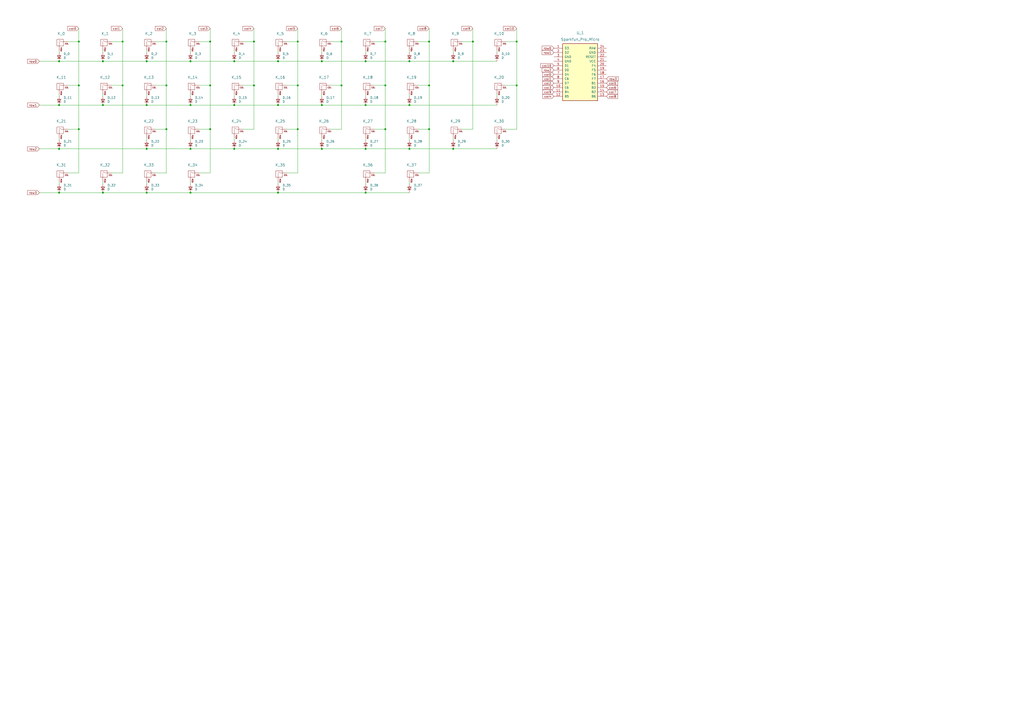
<source format=kicad_sch>
(kicad_sch (version 20211123) (generator eeschema)
  (paper "A2")
  (lib_symbols
    (symbol "Arduino:Sparkfun_Pro_Micro" (pin_names (offset 1.016))
      (property "Reference" "U" (at -8.89 21.59 0))
      (property "Value" "Sparkfun_Pro_Micro" (at 0 19.05 0))
      (symbol "Sparkfun_Pro_Micro_0_1"
        (rectangle (start -10.16 17.78) (end 10.16 -15.24) (stroke (width 0.254)) (fill (type background)))
      )
      (symbol "Sparkfun_Pro_Micro_1_1"
        (pin bidirectional line (at -15.24 15.24 0) (length 5.08) (name "D3") (number "1"))
        (pin bidirectional line (at -15.24 -7.62 0) (length 5.08) (name "E6") (number "10"))
        (pin bidirectional line (at -15.24 -10.16 0) (length 5.08) (name "B4") (number "11"))
        (pin bidirectional line (at -15.24 -12.7 0) (length 5.08) (name "B5") (number "12"))
        (pin bidirectional line (at 15.24 -12.7 180) (length 5.08) (name "B6") (number "13"))
        (pin bidirectional line (at 15.24 -10.16 180) (length 5.08) (name "B2") (number "14"))
        (pin bidirectional line (at 15.24 -7.62 180) (length 5.08) (name "B3") (number "15"))
        (pin bidirectional line (at 15.24 -5.08 180) (length 5.08) (name "B1") (number "16"))
        (pin bidirectional line (at 15.24 -2.54 180) (length 5.08) (name "F7") (number "17"))
        (pin bidirectional line (at 15.24 0 180) (length 5.08) (name "F6") (number "18"))
        (pin bidirectional line (at 15.24 2.54 180) (length 5.08) (name "F5") (number "19"))
        (pin bidirectional line (at -15.24 12.7 0) (length 5.08) (name "D2") (number "2"))
        (pin bidirectional line (at 15.24 5.08 180) (length 5.08) (name "F4") (number "20"))
        (pin power_in line (at 15.24 7.62 180) (length 5.08) (name "VCC") (number "21"))
        (pin input line (at 15.24 10.16 180) (length 5.08) (name "RESET") (number "22"))
        (pin power_in line (at 15.24 12.7 180) (length 5.08) (name "GND") (number "23"))
        (pin power_in line (at 15.24 15.24 180) (length 5.08) (name "RAW") (number "24"))
        (pin power_in line (at -15.24 10.16 0) (length 5.08) (name "GND") (number "3"))
        (pin power_in line (at -15.24 7.62 0) (length 5.08) (name "GND") (number "4"))
        (pin bidirectional line (at -15.24 5.08 0) (length 5.08) (name "D1") (number "5"))
        (pin bidirectional line (at -15.24 2.54 0) (length 5.08) (name "D0") (number "6"))
        (pin bidirectional line (at -15.24 0 0) (length 5.08) (name "D4") (number "7"))
        (pin bidirectional line (at -15.24 -2.54 0) (length 5.08) (name "C6") (number "8"))
        (pin bidirectional line (at -15.24 -5.08 0) (length 5.08) (name "D7") (number "9"))
      )
    )
    (symbol "Device:D_Small" (pin_numbers hide) (pin_names (offset 0.254) hide)
      (property "Reference" "D" (at -1.27 2.032 0))
      (property "Value" "D_Small" (at -3.81 -2.032 0))
      (symbol "D_Small_0_1"
        (polyline (pts (xy -0.762 -1.016) (xy -0.762 1.016)) (stroke (width 0.254)))
        (polyline (pts (xy -0.762 0) (xy 0.762 0)))
        (polyline (pts (xy 0.762 -1.016) (xy -0.762 0) (xy 0.762 1.016) (xy 0.762 -1.016)) (stroke (width 0.254)))
      )
      (symbol "D_Small_1_1"
        (pin passive line (at -2.54 0 0) (length 1.778) (name "K") (number "1"))
        (pin passive line (at 2.54 0 180) (length 1.778) (name "A") (number "2"))
      )
    )
    (symbol "MX_Alps_Hybrid:MX-NoLED" (pin_names (offset 1.016))
      (property "Reference" "MX" (at -0.635 3.81 0))
      (property "Value" "MX-NoLED" (at -0.635 1.27 0))
      (symbol "MX-NoLED_0_0"
        (rectangle (start -2.54 2.54) (end 1.27 -1.27))
        (polyline (pts (xy -1.27 -1.27) (xy -1.27 1.27)) (stroke (width 0.127)))
        (polyline (pts (xy 1.27 1.27) (xy 0 1.27) (xy -1.27 1.905)) (stroke (width 0.127)))
        (text "COL" (at 3.175 0 0) (effects (font (size 0.762 0.762))))
        (text "ROW" (at 0 -1.905 900) (effects (font (size 0.762 0.762)) (justify right)))
      )
      (symbol "MX-NoLED_1_1"
        (pin passive line (at 3.81 1.27 180) (length 2.54) (name "COL") (number "1"))
        (pin passive line (at -1.27 -3.81 90) (length 2.54) (name "ROW") (number "2"))
      )
    )
  )
  (junction (at 85.09 60.96))
  (junction (at 59.69 60.96))
  (junction (at 237.49 60.96))
  (junction (at 186.69 35.56))
  (junction (at 161.29 86.36))
  (junction (at 212.09 111.76))
  (junction (at 274.32 24.13))
  (junction (at 96.52 49.53))
  (junction (at 172.72 24.13))
  (junction (at 237.49 35.56))
  (junction (at 45.72 49.53))
  (junction (at 161.29 60.96))
  (junction (at 161.29 35.56))
  (junction (at 135.89 60.96))
  (junction (at 299.72 24.13))
  (junction (at 34.29 111.76))
  (junction (at 262.89 86.36))
  (junction (at 223.52 74.93))
  (junction (at 212.09 86.36))
  (junction (at 147.32 49.53))
  (junction (at 34.29 60.96))
  (junction (at 110.49 86.36))
  (junction (at 248.92 74.93))
  (junction (at 121.92 74.93))
  (junction (at 212.09 35.56))
  (junction (at 34.29 86.36))
  (junction (at 147.32 24.13))
  (junction (at 135.89 35.56))
  (junction (at 45.72 74.93))
  (junction (at 135.89 86.36))
  (junction (at 59.69 111.76))
  (junction (at 85.09 86.36))
  (junction (at 96.52 24.13))
  (junction (at 172.72 74.93))
  (junction (at 59.69 35.56))
  (junction (at 110.49 60.96))
  (junction (at 248.92 24.13))
  (junction (at 110.49 35.56))
  (junction (at 85.09 111.76))
  (junction (at 223.52 24.13))
  (junction (at 299.72 49.53))
  (junction (at 212.09 60.96))
  (junction (at 223.52 49.53))
  (junction (at 248.92 49.53))
  (junction (at 186.69 60.96))
  (junction (at 198.12 24.13))
  (junction (at 45.72 24.13))
  (junction (at 237.49 86.36))
  (junction (at 85.09 35.56))
  (junction (at 186.69 86.36))
  (junction (at 161.29 111.76))
  (junction (at 121.92 24.13))
  (junction (at 96.52 74.93))
  (junction (at 71.12 24.13))
  (junction (at 172.72 49.53))
  (junction (at 110.49 111.76))
  (junction (at 34.29 35.56))
  (junction (at 262.89 35.56))
  (junction (at 121.92 49.53))
  (junction (at 71.12 49.53))
  (junction (at 198.12 49.53))
  (wire (pts (xy 161.29 54.61) (xy 161.29 55.88)))
  (wire (pts (xy 135.89 80.01) (xy 135.89 81.28)))
  (wire (pts (xy 172.72 16.51) (xy 172.72 24.13)))
  (wire (pts (xy 223.52 24.13) (xy 223.52 49.53)))
  (wire (pts (xy 242.57 24.13) (xy 248.92 24.13)))
  (wire (pts (xy 186.69 29.21) (xy 186.69 30.48)))
  (wire (pts (xy 262.89 80.01) (xy 262.89 81.28)))
  (wire (pts (xy 110.49 86.36) (xy 135.89 86.36)))
  (wire (pts (xy 262.89 86.36) (xy 288.29 86.36)))
  (wire (pts (xy 59.69 60.96) (xy 85.09 60.96)))
  (wire (pts (xy 85.09 29.21) (xy 85.09 30.48)))
  (wire (pts (xy 186.69 60.96) (xy 212.09 60.96)))
  (wire (pts (xy 135.89 86.36) (xy 161.29 86.36)))
  (wire (pts (xy 110.49 80.01) (xy 110.49 81.28)))
  (wire (pts (xy 172.72 100.33) (xy 172.72 74.93)))
  (wire (pts (xy 293.37 49.53) (xy 299.72 49.53)))
  (wire (pts (xy 161.29 60.96) (xy 186.69 60.96)))
  (wire (pts (xy 59.69 105.41) (xy 59.69 106.68)))
  (wire (pts (xy 166.37 49.53) (xy 172.72 49.53)))
  (wire (pts (xy 110.49 111.76) (xy 161.29 111.76)))
  (wire (pts (xy 237.49 60.96) (xy 288.29 60.96)))
  (wire (pts (xy 39.37 49.53) (xy 45.72 49.53)))
  (wire (pts (xy 161.29 105.41) (xy 161.29 106.68)))
  (wire (pts (xy 217.17 24.13) (xy 223.52 24.13)))
  (wire (pts (xy 121.92 74.93) (xy 121.92 49.53)))
  (wire (pts (xy 198.12 24.13) (xy 198.12 49.53)))
  (wire (pts (xy 217.17 74.93) (xy 223.52 74.93)))
  (wire (pts (xy 212.09 35.56) (xy 237.49 35.56)))
  (wire (pts (xy 217.17 49.53) (xy 223.52 49.53)))
  (wire (pts (xy 166.37 100.33) (xy 172.72 100.33)))
  (wire (pts (xy 299.72 74.93) (xy 299.72 49.53)))
  (wire (pts (xy 237.49 54.61) (xy 237.49 55.88)))
  (wire (pts (xy 212.09 80.01) (xy 212.09 81.28)))
  (wire (pts (xy 147.32 74.93) (xy 147.32 49.53)))
  (wire (pts (xy 34.29 35.56) (xy 59.69 35.56)))
  (wire (pts (xy 34.29 111.76) (xy 59.69 111.76)))
  (wire (pts (xy 110.49 35.56) (xy 135.89 35.56)))
  (wire (pts (xy 71.12 16.51) (xy 71.12 24.13)))
  (wire (pts (xy 288.29 80.01) (xy 288.29 81.28)))
  (wire (pts (xy 135.89 60.96) (xy 161.29 60.96)))
  (wire (pts (xy 299.72 24.13) (xy 299.72 49.53)))
  (wire (pts (xy 212.09 60.96) (xy 237.49 60.96)))
  (wire (pts (xy 186.69 35.56) (xy 212.09 35.56)))
  (wire (pts (xy 59.69 35.56) (xy 85.09 35.56)))
  (wire (pts (xy 161.29 111.76) (xy 212.09 111.76)))
  (wire (pts (xy 85.09 35.56) (xy 110.49 35.56)))
  (wire (pts (xy 242.57 100.33) (xy 248.92 100.33)))
  (wire (pts (xy 172.72 74.93) (xy 172.72 49.53)))
  (wire (pts (xy 85.09 54.61) (xy 85.09 55.88)))
  (wire (pts (xy 237.49 35.56) (xy 262.89 35.56)))
  (wire (pts (xy 237.49 105.41) (xy 237.49 106.68)))
  (wire (pts (xy 262.89 29.21) (xy 262.89 30.48)))
  (wire (pts (xy 59.69 54.61) (xy 59.69 55.88)))
  (wire (pts (xy 90.17 74.93) (xy 96.52 74.93)))
  (wire (pts (xy 135.89 35.56) (xy 161.29 35.56)))
  (wire (pts (xy 45.72 16.51) (xy 45.72 24.13)))
  (wire (pts (xy 140.97 49.53) (xy 147.32 49.53)))
  (wire (pts (xy 22.86 111.76) (xy 34.29 111.76)))
  (wire (pts (xy 34.29 105.41) (xy 34.29 106.68)))
  (wire (pts (xy 267.97 74.93) (xy 274.32 74.93)))
  (wire (pts (xy 140.97 74.93) (xy 147.32 74.93)))
  (wire (pts (xy 115.57 24.13) (xy 121.92 24.13)))
  (wire (pts (xy 85.09 105.41) (xy 85.09 106.68)))
  (wire (pts (xy 110.49 29.21) (xy 110.49 30.48)))
  (wire (pts (xy 212.09 111.76) (xy 237.49 111.76)))
  (wire (pts (xy 237.49 29.21) (xy 237.49 30.48)))
  (wire (pts (xy 186.69 54.61) (xy 186.69 55.88)))
  (wire (pts (xy 198.12 74.93) (xy 198.12 49.53)))
  (wire (pts (xy 59.69 29.21) (xy 59.69 30.48)))
  (wire (pts (xy 217.17 100.33) (xy 223.52 100.33)))
  (wire (pts (xy 90.17 49.53) (xy 96.52 49.53)))
  (wire (pts (xy 34.29 29.21) (xy 34.29 30.48)))
  (wire (pts (xy 212.09 105.41) (xy 212.09 106.68)))
  (wire (pts (xy 147.32 16.51) (xy 147.32 24.13)))
  (wire (pts (xy 248.92 74.93) (xy 248.92 49.53)))
  (wire (pts (xy 293.37 24.13) (xy 299.72 24.13)))
  (wire (pts (xy 223.52 16.51) (xy 223.52 24.13)))
  (wire (pts (xy 59.69 111.76) (xy 85.09 111.76)))
  (wire (pts (xy 267.97 24.13) (xy 274.32 24.13)))
  (wire (pts (xy 121.92 24.13) (xy 121.92 49.53)))
  (wire (pts (xy 96.52 24.13) (xy 96.52 49.53)))
  (wire (pts (xy 96.52 74.93) (xy 96.52 49.53)))
  (wire (pts (xy 85.09 80.01) (xy 85.09 81.28)))
  (wire (pts (xy 223.52 100.33) (xy 223.52 74.93)))
  (wire (pts (xy 115.57 49.53) (xy 121.92 49.53)))
  (wire (pts (xy 172.72 24.13) (xy 172.72 49.53)))
  (wire (pts (xy 64.77 100.33) (xy 71.12 100.33)))
  (wire (pts (xy 212.09 29.21) (xy 212.09 30.48)))
  (wire (pts (xy 45.72 100.33) (xy 45.72 74.93)))
  (wire (pts (xy 71.12 24.13) (xy 71.12 49.53)))
  (wire (pts (xy 110.49 105.41) (xy 110.49 106.68)))
  (wire (pts (xy 45.72 74.93) (xy 45.72 49.53)))
  (wire (pts (xy 39.37 100.33) (xy 45.72 100.33)))
  (wire (pts (xy 262.89 35.56) (xy 288.29 35.56)))
  (wire (pts (xy 242.57 74.93) (xy 248.92 74.93)))
  (wire (pts (xy 45.72 24.13) (xy 45.72 49.53)))
  (wire (pts (xy 161.29 80.01) (xy 161.29 81.28)))
  (wire (pts (xy 135.89 29.21) (xy 135.89 30.48)))
  (wire (pts (xy 288.29 29.21) (xy 288.29 30.48)))
  (wire (pts (xy 186.69 80.01) (xy 186.69 81.28)))
  (wire (pts (xy 34.29 80.01) (xy 34.29 81.28)))
  (wire (pts (xy 135.89 54.61) (xy 135.89 55.88)))
  (wire (pts (xy 22.86 35.56) (xy 34.29 35.56)))
  (wire (pts (xy 274.32 24.13) (xy 274.32 74.93)))
  (wire (pts (xy 237.49 86.36) (xy 262.89 86.36)))
  (wire (pts (xy 166.37 74.93) (xy 172.72 74.93)))
  (wire (pts (xy 161.29 86.36) (xy 186.69 86.36)))
  (wire (pts (xy 237.49 80.01) (xy 237.49 81.28)))
  (wire (pts (xy 85.09 60.96) (xy 110.49 60.96)))
  (wire (pts (xy 39.37 24.13) (xy 45.72 24.13)))
  (wire (pts (xy 121.92 16.51) (xy 121.92 24.13)))
  (wire (pts (xy 96.52 16.51) (xy 96.52 24.13)))
  (wire (pts (xy 198.12 16.51) (xy 198.12 24.13)))
  (wire (pts (xy 147.32 24.13) (xy 147.32 49.53)))
  (wire (pts (xy 39.37 74.93) (xy 45.72 74.93)))
  (wire (pts (xy 274.32 16.51) (xy 274.32 24.13)))
  (wire (pts (xy 71.12 100.33) (xy 71.12 49.53)))
  (wire (pts (xy 22.86 60.96) (xy 34.29 60.96)))
  (wire (pts (xy 90.17 100.33) (xy 96.52 100.33)))
  (wire (pts (xy 85.09 111.76) (xy 110.49 111.76)))
  (wire (pts (xy 191.77 24.13) (xy 198.12 24.13)))
  (wire (pts (xy 242.57 49.53) (xy 248.92 49.53)))
  (wire (pts (xy 34.29 54.61) (xy 34.29 55.88)))
  (wire (pts (xy 110.49 54.61) (xy 110.49 55.88)))
  (wire (pts (xy 212.09 86.36) (xy 237.49 86.36)))
  (wire (pts (xy 293.37 74.93) (xy 299.72 74.93)))
  (wire (pts (xy 248.92 100.33) (xy 248.92 74.93)))
  (wire (pts (xy 191.77 74.93) (xy 198.12 74.93)))
  (wire (pts (xy 34.29 60.96) (xy 59.69 60.96)))
  (wire (pts (xy 121.92 100.33) (xy 121.92 74.93)))
  (wire (pts (xy 248.92 24.13) (xy 248.92 49.53)))
  (wire (pts (xy 64.77 24.13) (xy 71.12 24.13)))
  (wire (pts (xy 90.17 24.13) (xy 96.52 24.13)))
  (wire (pts (xy 110.49 60.96) (xy 135.89 60.96)))
  (wire (pts (xy 140.97 24.13) (xy 147.32 24.13)))
  (wire (pts (xy 85.09 86.36) (xy 110.49 86.36)))
  (wire (pts (xy 34.29 86.36) (xy 85.09 86.36)))
  (wire (pts (xy 161.29 29.21) (xy 161.29 30.48)))
  (wire (pts (xy 299.72 16.51) (xy 299.72 24.13)))
  (wire (pts (xy 248.92 16.51) (xy 248.92 24.13)))
  (wire (pts (xy 22.86 86.36) (xy 34.29 86.36)))
  (wire (pts (xy 115.57 74.93) (xy 121.92 74.93)))
  (wire (pts (xy 223.52 74.93) (xy 223.52 49.53)))
  (wire (pts (xy 288.29 54.61) (xy 288.29 55.88)))
  (wire (pts (xy 186.69 86.36) (xy 212.09 86.36)))
  (wire (pts (xy 191.77 49.53) (xy 198.12 49.53)))
  (wire (pts (xy 96.52 100.33) (xy 96.52 74.93)))
  (wire (pts (xy 161.29 35.56) (xy 186.69 35.56)))
  (wire (pts (xy 166.37 24.13) (xy 172.72 24.13)))
  (wire (pts (xy 64.77 49.53) (xy 71.12 49.53)))
  (wire (pts (xy 212.09 54.61) (xy 212.09 55.88)))
  (wire (pts (xy 115.57 100.33) (xy 121.92 100.33)))
  (global_label "col9" (shape input) (at 321.31 53.34 180) (property "Intersheet References" "${INTERSHEET_REFS}" (effects hide)))
  (global_label "col2" (shape input) (at 321.31 48.26 180) (property "Intersheet References" "${INTERSHEET_REFS}" (effects hide)))
  (global_label "col7" (shape input) (at 223.52 16.51 180) (property "Intersheet References" "${INTERSHEET_REFS}" (effects hide)))
  (global_label "row3" (shape input) (at 351.79 45.72 0) (property "Intersheet References" "${INTERSHEET_REFS}" (effects hide)))
  (global_label "col7" (shape input) (at 351.79 53.34 0) (property "Intersheet References" "${INTERSHEET_REFS}" (effects hide)))
  (global_label "col3" (shape input) (at 121.92 16.51 180) (property "Intersheet References" "${INTERSHEET_REFS}" (effects hide)))
  (global_label "col0" (shape input) (at 321.31 43.18 180) (property "Intersheet References" "${INTERSHEET_REFS}" (effects hide)))
  (global_label "col9" (shape input) (at 274.32 16.51 180) (property "Intersheet References" "${INTERSHEET_REFS}" (effects hide)))
  (global_label "col5" (shape input) (at 172.72 16.51 180) (property "Intersheet References" "${INTERSHEET_REFS}" (effects hide)))
  (global_label "col1" (shape input) (at 321.31 45.72 180) (property "Intersheet References" "${INTERSHEET_REFS}" (effects hide)))
  (global_label "col10" (shape input) (at 321.31 38.1 180) (property "Intersheet References" "${INTERSHEET_REFS}" (effects hide)))
  (global_label "row0" (shape input) (at 22.86 35.56 180) (property "Intersheet References" "${INTERSHEET_REFS}" (effects hide)))
  (global_label "col10" (shape input) (at 299.72 16.51 180) (property "Intersheet References" "${INTERSHEET_REFS}" (effects hide)))
  (global_label "row2" (shape input) (at 321.31 40.64 180) (property "Intersheet References" "${INTERSHEET_REFS}" (effects hide)))
  (global_label "row1" (shape input) (at 22.86 60.96 180) (property "Intersheet References" "${INTERSHEET_REFS}" (effects hide)))
  (global_label "row3" (shape input) (at 22.86 111.76 180) (property "Intersheet References" "${INTERSHEET_REFS}" (effects hide)))
  (global_label "col8" (shape input) (at 248.92 16.51 180) (property "Intersheet References" "${INTERSHEET_REFS}" (effects hide)))
  (global_label "col2" (shape input) (at 96.52 16.51 180) (property "Intersheet References" "${INTERSHEET_REFS}" (effects hide)))
  (global_label "col4" (shape input) (at 147.32 16.51 180) (property "Intersheet References" "${INTERSHEET_REFS}" (effects hide)))
  (global_label "row2" (shape input) (at 22.86 86.36 180) (property "Intersheet References" "${INTERSHEET_REFS}" (effects hide)))
  (global_label "row1" (shape input) (at 321.31 30.48 180) (property "Intersheet References" "${INTERSHEET_REFS}" (effects hide)))
  (global_label "col6" (shape input) (at 351.79 50.8 0) (property "Intersheet References" "${INTERSHEET_REFS}" (effects hide)))
  (global_label "row0" (shape input) (at 321.31 27.94 180) (property "Intersheet References" "${INTERSHEET_REFS}" (effects hide)))
  (global_label "col3" (shape input) (at 321.31 50.8 180) (property "Intersheet References" "${INTERSHEET_REFS}" (effects hide)))
  (global_label "col8" (shape input) (at 351.79 55.88 0) (property "Intersheet References" "${INTERSHEET_REFS}" (effects hide)))
  (global_label "col5" (shape input) (at 351.79 48.26 0) (property "Intersheet References" "${INTERSHEET_REFS}" (effects hide)))
  (global_label "col0" (shape input) (at 45.72 16.51 180) (property "Intersheet References" "${INTERSHEET_REFS}" (effects hide)))
  (global_label "col6" (shape input) (at 198.12 16.51 180) (property "Intersheet References" "${INTERSHEET_REFS}" (effects hide)))
  (global_label "col4" (shape input) (at 321.31 55.88 180) (property "Intersheet References" "${INTERSHEET_REFS}" (effects hide)))
  (global_label "col1" (shape input) (at 71.12 16.51 180) (property "Intersheet References" "${INTERSHEET_REFS}" (effects hide)))
  (symbol (lib_id "Device:D_Small") (at 161.29 33.02 90) (unit 1)
    (property "Reference" "D_5" (at 163.83 31.242 90) (effects (justify right)))
    (property "Value" "D" (at 163.83 33.528 90) (effects (justify right)))
    (property "Footprint" "Diode_SMD:D_SOD-123" (effects hide))
  )
  (symbol (lib_id "MX_Alps_Hybrid:MX-NoLED") (at 238.76 101.6 0) (unit 1)
    (property "Reference" "K_37" (at 238.76 95.6818 0) (effects (font (size 1.524 1.524))))
    (property "Value" "KEYSW" (effects hide))
    (property "Footprint" "MX_Only:MXOnly-1U-NoLED" (effects hide))
  )
  (symbol (lib_id "MX_Alps_Hybrid:MX-NoLED") (at 86.36 76.2 0) (unit 1)
    (property "Reference" "K_22" (at 86.36 70.2818 0) (effects (font (size 1.524 1.524))))
    (property "Value" "KEYSW" (effects hide))
    (property "Footprint" "MX_Only:MXOnly-1U-NoLED" (effects hide))
  )
  (symbol (lib_id "MX_Alps_Hybrid:MX-NoLED") (at 162.56 25.4 0) (unit 1)
    (property "Reference" "K_5" (at 162.56 19.4818 0) (effects (font (size 1.524 1.524))))
    (property "Value" "KEYSW" (effects hide))
    (property "Footprint" "MX_Only:MXOnly-1U-NoLED" (effects hide))
  )
  (symbol (lib_id "Device:D_Small") (at 288.29 33.02 90) (unit 1)
    (property "Reference" "D_10" (at 290.83 31.242 90) (effects (justify right)))
    (property "Value" "D" (at 290.83 33.528 90) (effects (justify right)))
    (property "Footprint" "Diode_SMD:D_SOD-123" (effects hide))
  )
  (symbol (lib_id "MX_Alps_Hybrid:MX-NoLED") (at 187.96 25.4 0) (unit 1)
    (property "Reference" "K_6" (at 187.96 19.4818 0) (effects (font (size 1.524 1.524))))
    (property "Value" "KEYSW" (effects hide))
    (property "Footprint" "MX_Only:MXOnly-1U-NoLED" (effects hide))
  )
  (symbol (lib_id "MX_Alps_Hybrid:MX-NoLED") (at 238.76 50.8 0) (unit 1)
    (property "Reference" "K_19" (at 238.76 44.8818 0) (effects (font (size 1.524 1.524))))
    (property "Value" "KEYSW" (effects hide))
    (property "Footprint" "MX_Only:MXOnly-1U-NoLED" (effects hide))
  )
  (symbol (lib_id "Device:D_Small") (at 237.49 109.22 90) (unit 1)
    (property "Reference" "D_37" (at 240.03 107.442 90) (effects (justify right)))
    (property "Value" "D" (at 240.03 109.728 90) (effects (justify right)))
    (property "Footprint" "Diode_SMD:D_SOD-123" (effects hide))
  )
  (symbol (lib_id "MX_Alps_Hybrid:MX-NoLED") (at 238.76 76.2 0) (unit 1)
    (property "Reference" "K_28" (at 238.76 70.2818 0) (effects (font (size 1.524 1.524))))
    (property "Value" "KEYSW" (effects hide))
    (property "Footprint" "MX_Only:MXOnly-1U-NoLED" (effects hide))
  )
  (symbol (lib_id "MX_Alps_Hybrid:MX-NoLED") (at 213.36 25.4 0) (unit 1)
    (property "Reference" "K_7" (at 213.36 19.4818 0) (effects (font (size 1.524 1.524))))
    (property "Value" "KEYSW" (effects hide))
    (property "Footprint" "MX_Only:MXOnly-1U-NoLED" (effects hide))
  )
  (symbol (lib_id "MX_Alps_Hybrid:MX-NoLED") (at 35.56 101.6 0) (unit 1)
    (property "Reference" "K_31" (at 35.56 95.6818 0) (effects (font (size 1.524 1.524))))
    (property "Value" "KEYSW" (effects hide))
    (property "Footprint" "MX_Only:MXOnly-1.25U-NoLED" (effects hide))
  )
  (symbol (lib_id "MX_Alps_Hybrid:MX-NoLED") (at 289.56 50.8 0) (unit 1)
    (property "Reference" "K_20" (at 289.56 44.8818 0) (effects (font (size 1.524 1.524))))
    (property "Value" "KEYSW" (effects hide))
    (property "Footprint" "MX_Only:MXOnly-1.75U-NoLED" (effects hide))
  )
  (symbol (lib_id "Device:D_Small") (at 161.29 58.42 90) (unit 1)
    (property "Reference" "D_16" (at 163.83 56.642 90) (effects (justify right)))
    (property "Value" "D" (at 163.83 58.928 90) (effects (justify right)))
    (property "Footprint" "Diode_SMD:D_SOD-123" (effects hide))
  )
  (symbol (lib_id "MX_Alps_Hybrid:MX-NoLED") (at 86.36 50.8 0) (unit 1)
    (property "Reference" "K_13" (at 86.36 44.8818 0) (effects (font (size 1.524 1.524))))
    (property "Value" "KEYSW" (effects hide))
    (property "Footprint" "MX_Only:MXOnly-1U-NoLED" (effects hide))
  )
  (symbol (lib_id "MX_Alps_Hybrid:MX-NoLED") (at 60.96 25.4 0) (unit 1)
    (property "Reference" "K_1" (at 60.96 19.4818 0) (effects (font (size 1.524 1.524))))
    (property "Value" "KEYSW" (effects hide))
    (property "Footprint" "MX_Only:MXOnly-1U-NoLED" (effects hide))
  )
  (symbol (lib_id "MX_Alps_Hybrid:MX-NoLED") (at 264.16 76.2 0) (unit 1)
    (property "Reference" "K_29" (at 264.16 70.2818 0) (effects (font (size 1.524 1.524))))
    (property "Value" "KEYSW" (effects hide))
    (property "Footprint" "MX_Only:MXOnly-1U-NoLED" (effects hide))
  )
  (symbol (lib_id "Device:D_Small") (at 59.69 58.42 90) (unit 1)
    (property "Reference" "D_12" (at 62.23 56.642 90) (effects (justify right)))
    (property "Value" "D" (at 62.23 58.928 90) (effects (justify right)))
    (property "Footprint" "Diode_SMD:D_SOD-123" (effects hide))
  )
  (symbol (lib_id "MX_Alps_Hybrid:MX-NoLED") (at 111.76 25.4 0) (unit 1)
    (property "Reference" "K_3" (at 111.76 19.4818 0) (effects (font (size 1.524 1.524))))
    (property "Value" "KEYSW" (effects hide))
    (property "Footprint" "MX_Only:MXOnly-1U-NoLED" (effects hide))
  )
  (symbol (lib_id "MX_Alps_Hybrid:MX-NoLED") (at 137.16 25.4 0) (unit 1)
    (property "Reference" "K_4" (at 137.16 19.4818 0) (effects (font (size 1.524 1.524))))
    (property "Value" "KEYSW" (effects hide))
    (property "Footprint" "MX_Only:MXOnly-1U-NoLED" (effects hide))
  )
  (symbol (lib_id "MX_Alps_Hybrid:MX-NoLED") (at 162.56 50.8 0) (unit 1)
    (property "Reference" "K_16" (at 162.56 44.8818 0) (effects (font (size 1.524 1.524))))
    (property "Value" "KEYSW" (effects hide))
    (property "Footprint" "MX_Only:MXOnly-1U-NoLED" (effects hide))
  )
  (symbol (lib_id "Device:D_Small") (at 186.69 33.02 90) (unit 1)
    (property "Reference" "D_6" (at 189.23 31.242 90) (effects (justify right)))
    (property "Value" "D" (at 189.23 33.528 90) (effects (justify right)))
    (property "Footprint" "Diode_SMD:D_SOD-123" (effects hide))
  )
  (symbol (lib_id "MX_Alps_Hybrid:MX-NoLED") (at 60.96 50.8 0) (unit 1)
    (property "Reference" "K_12" (at 60.96 44.8818 0) (effects (font (size 1.524 1.524))))
    (property "Value" "KEYSW" (effects hide))
    (property "Footprint" "MX_Only:MXOnly-1U-NoLED" (effects hide))
  )
  (symbol (lib_id "Device:D_Small") (at 110.49 109.22 90) (unit 1)
    (property "Reference" "D_34" (at 113.03 107.442 90) (effects (justify right)))
    (property "Value" "D" (at 113.03 109.728 90) (effects (justify right)))
    (property "Footprint" "Diode_SMD:D_SOD-123" (effects hide))
  )
  (symbol (lib_id "Device:D_Small") (at 237.49 58.42 90) (unit 1)
    (property "Reference" "D_19" (at 240.03 56.642 90) (effects (justify right)))
    (property "Value" "D" (at 240.03 58.928 90) (effects (justify right)))
    (property "Footprint" "Diode_SMD:D_SOD-123" (effects hide))
  )
  (symbol (lib_id "MX_Alps_Hybrid:MX-NoLED") (at 35.56 50.8 0) (unit 1)
    (property "Reference" "K_11" (at 35.56 44.8818 0) (effects (font (size 1.524 1.524))))
    (property "Value" "KEYSW" (effects hide))
    (property "Footprint" "MX_Only:MXOnly-1U-NoLED" (effects hide))
  )
  (symbol (lib_id "Device:D_Small") (at 34.29 83.82 90) (unit 1)
    (property "Reference" "D_21" (at 36.83 82.042 90) (effects (justify right)))
    (property "Value" "D" (at 36.83 84.328 90) (effects (justify right)))
    (property "Footprint" "Diode_SMD:D_SOD-123" (effects hide))
  )
  (symbol (lib_id "Device:D_Small") (at 85.09 83.82 90) (unit 1)
    (property "Reference" "D_22" (at 87.63 82.042 90) (effects (justify right)))
    (property "Value" "D" (at 87.63 84.328 90) (effects (justify right)))
    (property "Footprint" "Diode_SMD:D_SOD-123" (effects hide))
  )
  (symbol (lib_id "Device:D_Small") (at 135.89 33.02 90) (unit 1)
    (property "Reference" "D_4" (at 138.43 31.242 90) (effects (justify right)))
    (property "Value" "D" (at 138.43 33.528 90) (effects (justify right)))
    (property "Footprint" "Diode_SMD:D_SOD-123" (effects hide))
  )
  (symbol (lib_id "MX_Alps_Hybrid:MX-NoLED") (at 111.76 50.8 0) (unit 1)
    (property "Reference" "K_14" (at 111.76 44.8818 0) (effects (font (size 1.524 1.524))))
    (property "Value" "KEYSW" (effects hide))
    (property "Footprint" "MX_Only:MXOnly-1U-NoLED" (effects hide))
  )
  (symbol (lib_id "Device:D_Small") (at 34.29 58.42 90) (unit 1)
    (property "Reference" "D_11" (at 36.83 56.642 90) (effects (justify right)))
    (property "Value" "D" (at 36.83 58.928 90) (effects (justify right)))
    (property "Footprint" "Diode_SMD:D_SOD-123" (effects hide))
  )
  (symbol (lib_id "MX_Alps_Hybrid:MX-NoLED") (at 35.56 25.4 0) (unit 1)
    (property "Reference" "K_0" (at 35.56 19.4818 0) (effects (font (size 1.524 1.524))))
    (property "Value" "KEYSW" (effects hide))
    (property "Footprint" "MX_Only:MXOnly-1U-NoLED" (effects hide))
  )
  (symbol (lib_id "Device:D_Small") (at 59.69 109.22 90) (unit 1)
    (property "Reference" "D_32" (at 62.23 107.442 90) (effects (justify right)))
    (property "Value" "D" (at 62.23 109.728 90) (effects (justify right)))
    (property "Footprint" "Diode_SMD:D_SOD-123" (effects hide))
  )
  (symbol (lib_id "MX_Alps_Hybrid:MX-NoLED") (at 111.76 76.2 0) (unit 1)
    (property "Reference" "K_23" (at 111.76 70.2818 0) (effects (font (size 1.524 1.524))))
    (property "Value" "KEYSW" (effects hide))
    (property "Footprint" "MX_Only:MXOnly-1U-NoLED" (effects hide))
  )
  (symbol (lib_id "MX_Alps_Hybrid:MX-NoLED") (at 213.36 101.6 0) (unit 1)
    (property "Reference" "K_36" (at 213.36 95.6818 0) (effects (font (size 1.524 1.524))))
    (property "Value" "KEYSW" (effects hide))
    (property "Footprint" "MX_Only:MXOnly-1.25U-NoLED" (effects hide))
  )
  (symbol (lib_id "Device:D_Small") (at 34.29 33.02 90) (unit 1)
    (property "Reference" "D_0" (at 36.83 31.242 90) (effects (justify right)))
    (property "Value" "D" (at 36.83 33.528 90) (effects (justify right)))
    (property "Footprint" "Diode_SMD:D_SOD-123" (effects hide))
  )
  (symbol (lib_id "MX_Alps_Hybrid:MX-NoLED") (at 35.56 76.2 0) (unit 1)
    (property "Reference" "K_21" (at 35.56 70.2818 0) (effects (font (size 1.524 1.524))))
    (property "Value" "KEYSW" (effects hide))
    (property "Footprint" "MX_Only:MXOnly-2U-NoLED" (effects hide))
  )
  (symbol (lib_id "Device:D_Small") (at 34.29 109.22 90) (unit 1)
    (property "Reference" "D_31" (at 36.83 107.442 90) (effects (justify right)))
    (property "Value" "D" (at 36.83 109.728 90) (effects (justify right)))
    (property "Footprint" "Diode_SMD:D_SOD-123" (effects hide))
  )
  (symbol (lib_id "MX_Alps_Hybrid:MX-NoLED") (at 60.96 101.6 0) (unit 1)
    (property "Reference" "K_32" (at 60.96 95.6818 0) (effects (font (size 1.524 1.524))))
    (property "Value" "KEYSW" (effects hide))
    (property "Footprint" "MX_Only:MXOnly-1U-NoLED" (effects hide))
  )
  (symbol (lib_id "Device:D_Small") (at 85.09 33.02 90) (unit 1)
    (property "Reference" "D_2" (at 87.63 31.242 90) (effects (justify right)))
    (property "Value" "D" (at 87.63 33.528 90) (effects (justify right)))
    (property "Footprint" "Diode_SMD:D_SOD-123" (effects hide))
  )
  (symbol (lib_id "MX_Alps_Hybrid:MX-NoLED") (at 264.16 25.4 0) (unit 1)
    (property "Reference" "K_9" (at 264.16 19.4818 0) (effects (font (size 1.524 1.524))))
    (property "Value" "KEYSW" (effects hide))
    (property "Footprint" "MX_Only:MXOnly-1U-NoLED" (effects hide))
  )
  (symbol (lib_id "MX_Alps_Hybrid:MX-NoLED") (at 86.36 25.4 0) (unit 1)
    (property "Reference" "K_2" (at 86.36 19.4818 0) (effects (font (size 1.524 1.524))))
    (property "Value" "KEYSW" (effects hide))
    (property "Footprint" "MX_Only:MXOnly-1U-NoLED" (effects hide))
  )
  (symbol (lib_id "Device:D_Small") (at 186.69 58.42 90) (unit 1)
    (property "Reference" "D_17" (at 189.23 56.642 90) (effects (justify right)))
    (property "Value" "D" (at 189.23 58.928 90) (effects (justify right)))
    (property "Footprint" "Diode_SMD:D_SOD-123" (effects hide))
  )
  (symbol (lib_id "MX_Alps_Hybrid:MX-NoLED") (at 187.96 50.8 0) (unit 1)
    (property "Reference" "K_17" (at 187.96 44.8818 0) (effects (font (size 1.524 1.524))))
    (property "Value" "KEYSW" (effects hide))
    (property "Footprint" "MX_Only:MXOnly-1U-NoLED" (effects hide))
  )
  (symbol (lib_id "MX_Alps_Hybrid:MX-NoLED") (at 213.36 50.8 0) (unit 1)
    (property "Reference" "K_18" (at 213.36 44.8818 0) (effects (font (size 1.524 1.524))))
    (property "Value" "KEYSW" (effects hide))
    (property "Footprint" "MX_Only:MXOnly-1U-NoLED" (effects hide))
  )
  (symbol (lib_id "Device:D_Small") (at 135.89 58.42 90) (unit 1)
    (property "Reference" "D_15" (at 138.43 56.642 90) (effects (justify right)))
    (property "Value" "D" (at 138.43 58.928 90) (effects (justify right)))
    (property "Footprint" "Diode_SMD:D_SOD-123" (effects hide))
  )
  (symbol (lib_id "Device:D_Small") (at 288.29 58.42 90) (unit 1)
    (property "Reference" "D_20" (at 290.83 56.642 90) (effects (justify right)))
    (property "Value" "D" (at 290.83 58.928 90) (effects (justify right)))
    (property "Footprint" "Diode_SMD:D_SOD-123" (effects hide))
  )
  (symbol (lib_id "Device:D_Small") (at 85.09 109.22 90) (unit 1)
    (property "Reference" "D_33" (at 87.63 107.442 90) (effects (justify right)))
    (property "Value" "D" (at 87.63 109.728 90) (effects (justify right)))
    (property "Footprint" "Diode_SMD:D_SOD-123" (effects hide))
  )
  (symbol (lib_id "Device:D_Small") (at 59.69 33.02 90) (unit 1)
    (property "Reference" "D_1" (at 62.23 31.242 90) (effects (justify right)))
    (property "Value" "D" (at 62.23 33.528 90) (effects (justify right)))
    (property "Footprint" "Diode_SMD:D_SOD-123" (effects hide))
  )
  (symbol (lib_id "MX_Alps_Hybrid:MX-NoLED") (at 86.36 101.6 0) (unit 1)
    (property "Reference" "K_33" (at 86.36 95.6818 0) (effects (font (size 1.524 1.524))))
    (property "Value" "KEYSW" (effects hide))
    (property "Footprint" "MX_Only:MXOnly-1U-NoLED" (effects hide))
  )
  (symbol (lib_id "Device:D_Small") (at 110.49 33.02 90) (unit 1)
    (property "Reference" "D_3" (at 113.03 31.242 90) (effects (justify right)))
    (property "Value" "D" (at 113.03 33.528 90) (effects (justify right)))
    (property "Footprint" "Diode_SMD:D_SOD-123" (effects hide))
  )
  (symbol (lib_id "MX_Alps_Hybrid:MX-NoLED") (at 238.76 25.4 0) (unit 1)
    (property "Reference" "K_8" (at 238.76 19.4818 0) (effects (font (size 1.524 1.524))))
    (property "Value" "KEYSW" (effects hide))
    (property "Footprint" "MX_Only:MXOnly-1U-NoLED" (effects hide))
  )
  (symbol (lib_id "MX_Alps_Hybrid:MX-NoLED") (at 162.56 101.6 0) (unit 1)
    (property "Reference" "K_35" (at 162.56 95.6818 0) (effects (font (size 1.524 1.524))))
    (property "Value" "KEYSW" (effects hide))
    (property "Footprint" "MX_Only:MXOnly-2.25U-NoLED" (effects hide))
  )
  (symbol (lib_id "Device:D_Small") (at 186.69 83.82 90) (unit 1)
    (property "Reference" "D_26" (at 189.23 82.042 90) (effects (justify right)))
    (property "Value" "D" (at 189.23 84.328 90) (effects (justify right)))
    (property "Footprint" "Diode_SMD:D_SOD-123" (effects hide))
  )
  (symbol (lib_id "MX_Alps_Hybrid:MX-NoLED") (at 137.16 50.8 0) (unit 1)
    (property "Reference" "K_15" (at 137.16 44.8818 0) (effects (font (size 1.524 1.524))))
    (property "Value" "KEYSW" (effects hide))
    (property "Footprint" "MX_Only:MXOnly-1U-NoLED" (effects hide))
  )
  (symbol (lib_id "Device:D_Small") (at 161.29 83.82 90) (unit 1)
    (property "Reference" "D_25" (at 163.83 82.042 90) (effects (justify right)))
    (property "Value" "D" (at 163.83 84.328 90) (effects (justify right)))
    (property "Footprint" "Diode_SMD:D_SOD-123" (effects hide))
  )
  (symbol (lib_id "Device:D_Small") (at 212.09 58.42 90) (unit 1)
    (property "Reference" "D_18" (at 214.63 56.642 90) (effects (justify right)))
    (property "Value" "D" (at 214.63 58.928 90) (effects (justify right)))
    (property "Footprint" "Diode_SMD:D_SOD-123" (effects hide))
  )
  (symbol (lib_id "Device:D_Small") (at 288.29 83.82 90) (unit 1)
    (property "Reference" "D_30" (at 290.83 82.042 90) (effects (justify right)))
    (property "Value" "D" (at 290.83 84.328 90) (effects (justify right)))
    (property "Footprint" "Diode_SMD:D_SOD-123" (effects hide))
  )
  (symbol (lib_id "Device:D_Small") (at 110.49 83.82 90) (unit 1)
    (property "Reference" "D_23" (at 113.03 82.042 90) (effects (justify right)))
    (property "Value" "D" (at 113.03 84.328 90) (effects (justify right)))
    (property "Footprint" "Diode_SMD:D_SOD-123" (effects hide))
  )
  (symbol (lib_id "Device:D_Small") (at 85.09 58.42 90) (unit 1)
    (property "Reference" "D_13" (at 87.63 56.642 90) (effects (justify right)))
    (property "Value" "D" (at 87.63 58.928 90) (effects (justify right)))
    (property "Footprint" "Diode_SMD:D_SOD-123" (effects hide))
  )
  (symbol (lib_id "MX_Alps_Hybrid:MX-NoLED") (at 111.76 101.6 0) (unit 1)
    (property "Reference" "K_34" (at 111.76 95.6818 0) (effects (font (size 1.524 1.524))))
    (property "Value" "KEYSW" (effects hide))
    (property "Footprint" "MX_Only:MXOnly-1.5U-NoLED" (effects hide))
  )
  (symbol (lib_id "Device:D_Small") (at 110.49 58.42 90) (unit 1)
    (property "Reference" "D_14" (at 113.03 56.642 90) (effects (justify right)))
    (property "Value" "D" (at 113.03 58.928 90) (effects (justify right)))
    (property "Footprint" "Diode_SMD:D_SOD-123" (effects hide))
  )
  (symbol (lib_id "MX_Alps_Hybrid:MX-NoLED") (at 137.16 76.2 0) (unit 1)
    (property "Reference" "K_24" (at 137.16 70.2818 0) (effects (font (size 1.524 1.524))))
    (property "Value" "KEYSW" (effects hide))
    (property "Footprint" "MX_Only:MXOnly-1U-NoLED" (effects hide))
  )
  (symbol (lib_id "Device:D_Small") (at 237.49 83.82 90) (unit 1)
    (property "Reference" "D_28" (at 240.03 82.042 90) (effects (justify right)))
    (property "Value" "D" (at 240.03 84.328 90) (effects (justify right)))
    (property "Footprint" "Diode_SMD:D_SOD-123" (effects hide))
  )
  (symbol (lib_id "MX_Alps_Hybrid:MX-NoLED") (at 187.96 76.2 0) (unit 1)
    (property "Reference" "K_26" (at 187.96 70.2818 0) (effects (font (size 1.524 1.524))))
    (property "Value" "KEYSW" (effects hide))
    (property "Footprint" "MX_Only:MXOnly-1U-NoLED" (effects hide))
  )
  (symbol (lib_id "Device:D_Small") (at 161.29 109.22 90) (unit 1)
    (property "Reference" "D_35" (at 163.83 107.442 90) (effects (justify right)))
    (property "Value" "D" (at 163.83 109.728 90) (effects (justify right)))
    (property "Footprint" "Diode_SMD:D_SOD-123" (effects hide))
  )
  (symbol (lib_id "Device:D_Small") (at 212.09 109.22 90) (unit 1)
    (property "Reference" "D_36" (at 214.63 107.442 90) (effects (justify right)))
    (property "Value" "D" (at 214.63 109.728 90) (effects (justify right)))
    (property "Footprint" "Diode_SMD:D_SOD-123" (effects hide))
  )
  (symbol (lib_id "Device:D_Small") (at 212.09 83.82 90) (unit 1)
    (property "Reference" "D_27" (at 214.63 82.042 90) (effects (justify right)))
    (property "Value" "D" (at 214.63 84.328 90) (effects (justify right)))
    (property "Footprint" "Diode_SMD:D_SOD-123" (effects hide))
  )
  (symbol (lib_id "MX_Alps_Hybrid:MX-NoLED") (at 289.56 25.4 0) (unit 1)
    (property "Reference" "K_10" (at 289.56 19.4818 0) (effects (font (size 1.524 1.524))))
    (property "Value" "KEYSW" (effects hide))
    (property "Footprint" "MX_Only:MXOnly-1U-NoLED" (effects hide))
  )
  (symbol (lib_id "Device:D_Small") (at 262.89 33.02 90) (unit 1)
    (property "Reference" "D_9" (at 265.43 31.242 90) (effects (justify right)))
    (property "Value" "D" (at 265.43 33.528 90) (effects (justify right)))
    (property "Footprint" "Diode_SMD:D_SOD-123" (effects hide))
  )
  (symbol (lib_id "MX_Alps_Hybrid:MX-NoLED") (at 162.56 76.2 0) (unit 1)
    (property "Reference" "K_25" (at 162.56 70.2818 0) (effects (font (size 1.524 1.524))))
    (property "Value" "KEYSW" (effects hide))
    (property "Footprint" "MX_Only:MXOnly-1U-NoLED" (effects hide))
  )
  (symbol (lib_id "Device:D_Small") (at 212.09 33.02 90) (unit 1)
    (property "Reference" "D_7" (at 214.63 31.242 90) (effects (justify right)))
    (property "Value" "D" (at 214.63 33.528 90) (effects (justify right)))
    (property "Footprint" "Diode_SMD:D_SOD-123" (effects hide))
  )
  (symbol (lib_id "Device:D_Small") (at 262.89 83.82 90) (unit 1)
    (property "Reference" "D_29" (at 265.43 82.042 90) (effects (justify right)))
    (property "Value" "D" (at 265.43 84.328 90) (effects (justify right)))
    (property "Footprint" "Diode_SMD:D_SOD-123" (effects hide))
  )
  (symbol (lib_id "Device:D_Small") (at 135.89 83.82 90) (unit 1)
    (property "Reference" "D_24" (at 138.43 82.042 90) (effects (justify right)))
    (property "Value" "D" (at 138.43 84.328 90) (effects (justify right)))
    (property "Footprint" "Diode_SMD:D_SOD-123" (effects hide))
  )
  (symbol (lib_id "MX_Alps_Hybrid:MX-NoLED") (at 213.36 76.2 0) (unit 1)
    (property "Reference" "K_27" (at 213.36 70.2818 0) (effects (font (size 1.524 1.524))))
    (property "Value" "KEYSW" (effects hide))
    (property "Footprint" "MX_Only:MXOnly-1U-NoLED" (effects hide))
  )
  (symbol (lib_id "MX_Alps_Hybrid:MX-NoLED") (at 289.56 76.2 0) (unit 1)
    (property "Reference" "K_30" (at 289.56 70.2818 0) (effects (font (size 1.524 1.524))))
    (property "Value" "KEYSW" (effects hide))
    (property "Footprint" "MX_Only:MXOnly-1U-NoLED" (effects hide))
  )
  (symbol (lib_id "Arduino:Sparkfun_Pro_Micro") (at 336.55 43.18 0) (unit 1)
    (property "Reference" "U_1" (at 336.55 19.05 0) (effects (font (size 1.524 1.524))))
    (property "Value" "Sparkfun_Pro_Micro" (at 336.55 22.86 0) (effects (font (size 1.524 1.524))))
    (property "Footprint" "Arduino:Sparkfun_Pro_Micro" (effects hide))
    (property "Datasheet" "https://www.sparkfun.com/products/12640" (effects hide))
  )
  (symbol (lib_id "Device:D_Small") (at 237.49 33.02 90) (unit 1)
    (property "Reference" "D_8" (at 240.03 31.242 90) (effects (justify right)))
    (property "Value" "D" (at 240.03 33.528 90) (effects (justify right)))
    (property "Footprint" "Diode_SMD:D_SOD-123" (effects hide))
  )
)
</source>
